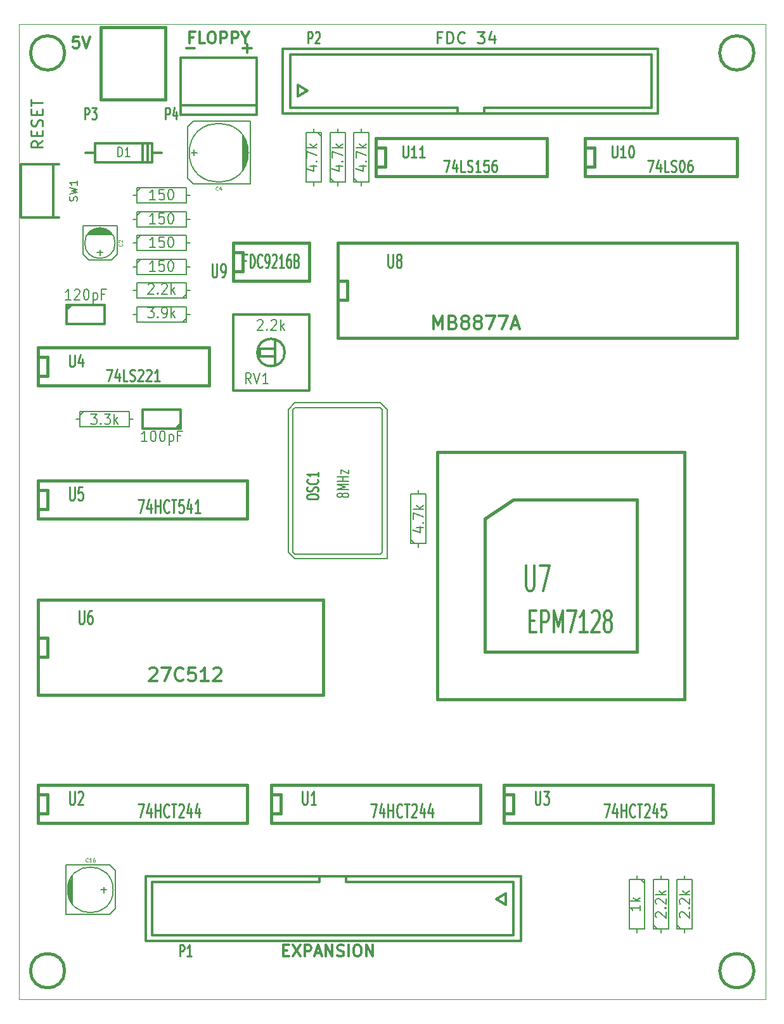
<source format=gto>
G04 (created by PCBNEW (2013-07-07 BZR 4022)-stable) date 19/03/2022 16:52:54*
%MOIN*%
G04 Gerber Fmt 3.4, Leading zero omitted, Abs format*
%FSLAX34Y34*%
G01*
G70*
G90*
G04 APERTURE LIST*
%ADD10C,0.00590551*%
%ADD11C,0.00393701*%
%ADD12C,0.011811*%
%ADD13C,0.015748*%
%ADD14C,0.015*%
%ADD15C,0.012*%
%ADD16C,0.008*%
%ADD17C,0.00787402*%
%ADD18C,0.005*%
%ADD19C,0.01*%
%ADD20C,0.01125*%
%ADD21C,0.0047*%
G04 APERTURE END LIST*
G54D10*
G54D11*
X-9000Y65200D02*
X-9000Y13950D01*
X30250Y65200D02*
X-9000Y65200D01*
X30250Y13950D02*
X30250Y65200D01*
X-9000Y13950D02*
X30250Y13950D01*
G54D12*
X-5862Y64551D02*
X-6143Y64551D01*
X-6171Y64270D01*
X-6143Y64298D01*
X-6087Y64326D01*
X-5946Y64326D01*
X-5890Y64298D01*
X-5862Y64270D01*
X-5834Y64214D01*
X-5834Y64073D01*
X-5862Y64017D01*
X-5890Y63989D01*
X-5946Y63960D01*
X-6087Y63960D01*
X-6143Y63989D01*
X-6171Y64017D01*
X-5665Y64551D02*
X-5468Y63960D01*
X-5271Y64551D01*
X-215Y63935D02*
X234Y63935D01*
X2765Y63935D02*
X3215Y63935D01*
X2990Y63710D02*
X2990Y64160D01*
G54D13*
X-1300Y61250D02*
X-1300Y65050D01*
X-4700Y65050D02*
X-4700Y61250D01*
G54D14*
X-1300Y65050D02*
X-4700Y65050D01*
X-1300Y61250D02*
X-4700Y61250D01*
G54D12*
X-6900Y55050D02*
X-8900Y55050D01*
X-6900Y57850D02*
X-8900Y57850D01*
X-8900Y57850D02*
X-8900Y55050D01*
X-7200Y57850D02*
X-7200Y55050D01*
X17400Y17000D02*
X-2350Y17000D01*
X-2350Y20400D02*
X17400Y20400D01*
X-2350Y17000D02*
X-2350Y20400D01*
X17400Y17000D02*
X17400Y20400D01*
G54D15*
X16100Y19200D02*
X16600Y18900D01*
X16600Y18900D02*
X16600Y19500D01*
X16600Y19500D02*
X16100Y19200D01*
X8200Y20400D02*
X8200Y20100D01*
X8200Y20100D02*
X17000Y20100D01*
X17000Y20100D02*
X17000Y17300D01*
X17000Y17300D02*
X-2000Y17300D01*
X-2000Y17300D02*
X-2000Y20100D01*
X-2000Y20100D02*
X6800Y20100D01*
X6800Y20100D02*
X6800Y20400D01*
G54D12*
X4850Y63900D02*
X24600Y63900D01*
X24600Y60500D02*
X4850Y60500D01*
X24600Y63900D02*
X24600Y60500D01*
X4850Y63900D02*
X4850Y60500D01*
G54D15*
X6150Y61700D02*
X5650Y62000D01*
X5650Y62000D02*
X5650Y61400D01*
X5650Y61400D02*
X6150Y61700D01*
X14050Y60500D02*
X14050Y60800D01*
X14050Y60800D02*
X5250Y60800D01*
X5250Y60800D02*
X5250Y63600D01*
X5250Y63600D02*
X24250Y63600D01*
X24250Y63600D02*
X24250Y60800D01*
X24250Y60800D02*
X15450Y60800D01*
X15450Y60800D02*
X15450Y60500D01*
G54D16*
X9000Y56700D02*
X9000Y56900D01*
X9000Y59700D02*
X9000Y59500D01*
X9000Y59500D02*
X8600Y59500D01*
X8600Y59500D02*
X8600Y56900D01*
X8600Y56900D02*
X9400Y56900D01*
X9400Y56900D02*
X9400Y59500D01*
X9400Y59500D02*
X9000Y59500D01*
X8800Y56900D02*
X8600Y57100D01*
X0Y49950D02*
X-200Y49950D01*
X-3000Y49950D02*
X-2800Y49950D01*
X-2800Y49950D02*
X-2800Y49550D01*
X-2800Y49550D02*
X-200Y49550D01*
X-200Y49550D02*
X-200Y50350D01*
X-200Y50350D02*
X-2800Y50350D01*
X-2800Y50350D02*
X-2800Y49950D01*
X-200Y49750D02*
X-400Y49550D01*
X-6000Y44450D02*
X-5800Y44450D01*
X-3000Y44450D02*
X-3200Y44450D01*
X-3200Y44450D02*
X-3200Y44850D01*
X-3200Y44850D02*
X-5800Y44850D01*
X-5800Y44850D02*
X-5800Y44050D01*
X-5800Y44050D02*
X-3200Y44050D01*
X-3200Y44050D02*
X-3200Y44450D01*
X-5800Y44650D02*
X-5600Y44850D01*
X0Y51200D02*
X-200Y51200D01*
X-3000Y51200D02*
X-2800Y51200D01*
X-2800Y51200D02*
X-2800Y50800D01*
X-2800Y50800D02*
X-200Y50800D01*
X-200Y50800D02*
X-200Y51600D01*
X-200Y51600D02*
X-2800Y51600D01*
X-2800Y51600D02*
X-2800Y51200D01*
X-200Y51000D02*
X-400Y50800D01*
X-3000Y52450D02*
X-2800Y52450D01*
X0Y52450D02*
X-200Y52450D01*
X-200Y52450D02*
X-200Y52850D01*
X-200Y52850D02*
X-2800Y52850D01*
X-2800Y52850D02*
X-2800Y52050D01*
X-2800Y52050D02*
X-200Y52050D01*
X-200Y52050D02*
X-200Y52450D01*
X-2800Y52650D02*
X-2600Y52850D01*
X-3000Y54950D02*
X-2800Y54950D01*
X0Y54950D02*
X-200Y54950D01*
X-200Y54950D02*
X-200Y55350D01*
X-200Y55350D02*
X-2800Y55350D01*
X-2800Y55350D02*
X-2800Y54550D01*
X-2800Y54550D02*
X-200Y54550D01*
X-200Y54550D02*
X-200Y54950D01*
X-2800Y55150D02*
X-2600Y55350D01*
X-3000Y53700D02*
X-2800Y53700D01*
X0Y53700D02*
X-200Y53700D01*
X-200Y53700D02*
X-200Y54100D01*
X-200Y54100D02*
X-2800Y54100D01*
X-2800Y54100D02*
X-2800Y53300D01*
X-2800Y53300D02*
X-200Y53300D01*
X-200Y53300D02*
X-200Y53700D01*
X-2800Y53900D02*
X-2600Y54100D01*
X-3000Y56200D02*
X-2800Y56200D01*
X0Y56200D02*
X-200Y56200D01*
X-200Y56200D02*
X-200Y56600D01*
X-200Y56600D02*
X-2800Y56600D01*
X-2800Y56600D02*
X-2800Y55800D01*
X-2800Y55800D02*
X-200Y55800D01*
X-200Y55800D02*
X-200Y56200D01*
X-2800Y56400D02*
X-2600Y56600D01*
G54D14*
X17000Y40200D02*
X15500Y39200D01*
X15500Y39200D02*
X15500Y32200D01*
X15500Y32200D02*
X23500Y32200D01*
X23500Y32200D02*
X23500Y40200D01*
X26000Y42700D02*
X13000Y42700D01*
X13000Y42700D02*
X13000Y29700D01*
X13000Y29700D02*
X26000Y29700D01*
X26000Y29700D02*
X26000Y42700D01*
X23500Y40200D02*
X17000Y40200D01*
X2250Y53200D02*
X2750Y53200D01*
X2750Y53200D02*
X2750Y52200D01*
X2750Y52200D02*
X2250Y52200D01*
X2250Y53700D02*
X6250Y53700D01*
X6250Y53700D02*
X6250Y51700D01*
X6250Y51700D02*
X2250Y51700D01*
X2250Y51700D02*
X2250Y53700D01*
X7750Y51700D02*
X8250Y51700D01*
X8250Y51700D02*
X8250Y50700D01*
X8250Y50700D02*
X7750Y50700D01*
X7750Y53700D02*
X28750Y53700D01*
X28750Y53700D02*
X28750Y48700D01*
X28750Y48700D02*
X7750Y48700D01*
X7750Y48700D02*
X7750Y53700D01*
X-8000Y32950D02*
X-8000Y32950D01*
X-8000Y32950D02*
X-7500Y32950D01*
X-7500Y32950D02*
X-7500Y31950D01*
X-7500Y31950D02*
X-8000Y31950D01*
X-8000Y34950D02*
X7000Y34950D01*
X7000Y34950D02*
X7000Y29950D01*
X7000Y29950D02*
X-8000Y29950D01*
X-8000Y29950D02*
X-8000Y34950D01*
X16500Y24700D02*
X17000Y24700D01*
X17000Y24700D02*
X17000Y23700D01*
X17000Y23700D02*
X16500Y23700D01*
X16500Y25200D02*
X27500Y25200D01*
X27500Y25200D02*
X27500Y23200D01*
X27500Y23200D02*
X16500Y23200D01*
X16500Y23200D02*
X16500Y25200D01*
X-8000Y24700D02*
X-7500Y24700D01*
X-7500Y24700D02*
X-7500Y23700D01*
X-7500Y23700D02*
X-8000Y23700D01*
X-8000Y25200D02*
X3000Y25200D01*
X3000Y25200D02*
X3000Y23200D01*
X3000Y23200D02*
X-8000Y23200D01*
X-8000Y23200D02*
X-8000Y25200D01*
X4250Y24700D02*
X4750Y24700D01*
X4750Y24700D02*
X4750Y23700D01*
X4750Y23700D02*
X4250Y23700D01*
X4250Y25200D02*
X15250Y25200D01*
X15250Y25200D02*
X15250Y23200D01*
X15250Y23200D02*
X4250Y23200D01*
X4250Y23200D02*
X4250Y25200D01*
X-8000Y40700D02*
X-7500Y40700D01*
X-7500Y40700D02*
X-7500Y39700D01*
X-7500Y39700D02*
X-8000Y39700D01*
X-8000Y41200D02*
X3000Y41200D01*
X3000Y41200D02*
X3000Y39200D01*
X3000Y39200D02*
X-8000Y39200D01*
X-8000Y39200D02*
X-8000Y41200D01*
X9750Y58700D02*
X9750Y58700D01*
X9750Y58700D02*
X10250Y58700D01*
X10250Y58700D02*
X10250Y57700D01*
X10250Y57700D02*
X9750Y57700D01*
X9750Y59200D02*
X18750Y59200D01*
X18750Y59200D02*
X18750Y57200D01*
X18750Y57200D02*
X9750Y57200D01*
X9750Y57200D02*
X9750Y59200D01*
X-8000Y47700D02*
X-8000Y47700D01*
X-8000Y47700D02*
X-7500Y47700D01*
X-7500Y47700D02*
X-7500Y46700D01*
X-7500Y46700D02*
X-8000Y46700D01*
X-8000Y48200D02*
X1000Y48200D01*
X1000Y48200D02*
X1000Y46200D01*
X1000Y46200D02*
X-8000Y46200D01*
X-8000Y46200D02*
X-8000Y48200D01*
X20750Y59200D02*
X28750Y59200D01*
X28750Y57200D02*
X20750Y57200D01*
X20750Y57200D02*
X20750Y59200D01*
X20750Y58700D02*
X21250Y58700D01*
X21250Y58700D02*
X21250Y57700D01*
X21250Y57700D02*
X20750Y57700D01*
X28750Y59200D02*
X28750Y57200D01*
G54D15*
X-520Y43950D02*
X-2500Y43950D01*
X-2500Y43950D02*
X-2500Y44950D01*
X-2500Y44950D02*
X-500Y44950D01*
X-500Y44950D02*
X-500Y43950D01*
X-500Y44200D02*
X-750Y43950D01*
X-6480Y50450D02*
X-4500Y50450D01*
X-4500Y50450D02*
X-4500Y49450D01*
X-4500Y49450D02*
X-6500Y49450D01*
X-6500Y49450D02*
X-6500Y50450D01*
X-6500Y50200D02*
X-6250Y50450D01*
G54D17*
X5150Y44950D02*
X5150Y41900D01*
X10350Y44950D02*
X10350Y41900D01*
X10100Y41950D02*
X10100Y44950D01*
X5400Y44950D02*
X5400Y41950D01*
G54D16*
X5400Y37450D02*
X5500Y37350D01*
X5500Y37350D02*
X10000Y37350D01*
X10000Y37350D02*
X10100Y37450D01*
X10100Y37450D02*
X10100Y41950D01*
X10100Y44950D02*
X10000Y45050D01*
X10000Y45050D02*
X5500Y45050D01*
X5500Y45050D02*
X5400Y44950D01*
X5400Y41950D02*
X5400Y37450D01*
X5150Y37450D02*
X5500Y37100D01*
X5500Y37100D02*
X10350Y37100D01*
X10350Y37100D02*
X10350Y41950D01*
X10350Y44950D02*
X10000Y45300D01*
X10000Y45300D02*
X5500Y45300D01*
X5500Y45300D02*
X5150Y44950D01*
X5150Y41950D02*
X5150Y37450D01*
X7750Y56700D02*
X7750Y56900D01*
X7750Y59700D02*
X7750Y59500D01*
X7750Y59500D02*
X7350Y59500D01*
X7350Y59500D02*
X7350Y56900D01*
X7350Y56900D02*
X8150Y56900D01*
X8150Y56900D02*
X8150Y59500D01*
X8150Y59500D02*
X7750Y59500D01*
X7550Y56900D02*
X7350Y57100D01*
G54D15*
X-5000Y58950D02*
X-2000Y58950D01*
X-2000Y58950D02*
X-2000Y57950D01*
X-2000Y57950D02*
X-5000Y57950D01*
X-5000Y57950D02*
X-5000Y58950D01*
X-2250Y58950D02*
X-2250Y57950D01*
X-2500Y57950D02*
X-2500Y58950D01*
X-5000Y58450D02*
X-5500Y58450D01*
X-2000Y58450D02*
X-1500Y58450D01*
G54D12*
X4450Y47750D02*
X3650Y47750D01*
X3650Y47750D02*
X3650Y48150D01*
X3650Y48150D02*
X4450Y48150D01*
X4450Y47350D02*
X4450Y48550D01*
X4971Y47950D02*
G75*
G03X4971Y47950I-721J0D01*
G74*
G01*
X6250Y45950D02*
X6250Y49950D01*
X6250Y49950D02*
X2250Y49950D01*
X2250Y49950D02*
X2250Y45950D01*
X2250Y45950D02*
X6250Y45950D01*
G54D15*
X3500Y60950D02*
X-500Y60950D01*
X3500Y60450D02*
X3500Y63450D01*
X3500Y63450D02*
X-500Y63450D01*
X-500Y63450D02*
X-500Y60450D01*
X-500Y60450D02*
X3500Y60450D01*
G54D14*
X-6600Y63700D02*
G75*
G03X-6600Y63700I-900J0D01*
G74*
G01*
X29650Y63700D02*
G75*
G03X29650Y63700I-900J0D01*
G74*
G01*
X29650Y15450D02*
G75*
G03X29650Y15450I-900J0D01*
G74*
G01*
X-6600Y15450D02*
G75*
G03X-6600Y15450I-900J0D01*
G74*
G01*
G54D16*
X24750Y17450D02*
X24750Y17650D01*
X24750Y20450D02*
X24750Y20250D01*
X24750Y20250D02*
X24350Y20250D01*
X24350Y20250D02*
X24350Y17650D01*
X24350Y17650D02*
X25150Y17650D01*
X25150Y17650D02*
X25150Y20250D01*
X25150Y20250D02*
X24750Y20250D01*
X24550Y17650D02*
X24350Y17850D01*
X26000Y17450D02*
X26000Y17650D01*
X26000Y20450D02*
X26000Y20250D01*
X26000Y20250D02*
X25600Y20250D01*
X25600Y20250D02*
X25600Y17650D01*
X25600Y17650D02*
X26400Y17650D01*
X26400Y17650D02*
X26400Y20250D01*
X26400Y20250D02*
X26000Y20250D01*
X25800Y17650D02*
X25600Y17850D01*
X23500Y20450D02*
X23500Y20250D01*
X23500Y17450D02*
X23500Y17650D01*
X23500Y17650D02*
X23900Y17650D01*
X23900Y17650D02*
X23900Y20250D01*
X23900Y20250D02*
X23100Y20250D01*
X23100Y20250D02*
X23100Y17650D01*
X23100Y17650D02*
X23500Y17650D01*
X23700Y20250D02*
X23900Y20050D01*
X12000Y37700D02*
X12000Y37900D01*
X12000Y40700D02*
X12000Y40500D01*
X12000Y40500D02*
X11600Y40500D01*
X11600Y40500D02*
X11600Y37900D01*
X11600Y37900D02*
X12400Y37900D01*
X12400Y37900D02*
X12400Y40500D01*
X12400Y40500D02*
X12000Y40500D01*
X11800Y37900D02*
X11600Y38100D01*
X6500Y59700D02*
X6500Y59500D01*
X6500Y56700D02*
X6500Y56900D01*
X6500Y56900D02*
X6900Y56900D01*
X6900Y56900D02*
X6900Y59500D01*
X6900Y59500D02*
X6100Y59500D01*
X6100Y59500D02*
X6100Y56900D01*
X6100Y56900D02*
X6500Y56900D01*
X6700Y59500D02*
X6900Y59300D01*
G54D18*
X-4750Y53050D02*
X-4750Y53350D01*
X-4600Y53200D02*
X-4900Y53200D01*
X-5650Y53100D02*
X-5650Y54600D01*
X-4150Y52800D02*
X-5350Y52800D01*
X-5650Y53100D02*
X-5350Y52800D01*
X-3850Y53100D02*
X-3850Y54600D01*
X-3850Y53100D02*
X-4150Y52800D01*
X-4800Y54500D02*
X-4700Y54500D01*
X-4500Y54450D02*
X-5000Y54450D01*
X-5100Y54400D02*
X-4400Y54400D01*
X-5200Y54350D02*
X-4300Y54350D01*
X-4250Y54300D02*
X-5250Y54300D01*
X-5300Y54250D02*
X-4200Y54250D01*
X-4150Y54200D02*
X-5350Y54200D01*
X-4100Y54150D02*
X-5400Y54150D01*
X-3950Y53700D02*
G75*
G03X-3950Y53700I-800J0D01*
G74*
G01*
X-3850Y54600D02*
X-5650Y54600D01*
X3000Y58050D02*
X3000Y58850D01*
X2950Y59000D02*
X2950Y57900D01*
X2900Y57800D02*
X2900Y59100D01*
X2850Y59200D02*
X2850Y57700D01*
X2800Y59250D02*
X2800Y57650D01*
X2750Y57550D02*
X2750Y59350D01*
X3050Y58450D02*
G75*
G03X3050Y58450I-1550J0D01*
G74*
G01*
X3150Y56800D02*
X3150Y60100D01*
X3150Y60100D02*
X150Y60100D01*
X150Y60100D02*
X-150Y59800D01*
X-150Y59800D02*
X-150Y57100D01*
X-150Y57100D02*
X150Y56800D01*
X150Y56800D02*
X3150Y56800D01*
X50Y58450D02*
X350Y58450D01*
X200Y58300D02*
X200Y58600D01*
X-6400Y20000D02*
X-6400Y19400D01*
X-6350Y19250D02*
X-6350Y20150D01*
X-6300Y20250D02*
X-6300Y19150D01*
X-6250Y19050D02*
X-6250Y20350D01*
X-6200Y20400D02*
X-6200Y19000D01*
X-4050Y19700D02*
G75*
G03X-4050Y19700I-1200J0D01*
G74*
G01*
X-6550Y21000D02*
X-6550Y18400D01*
X-6550Y18400D02*
X-4250Y18400D01*
X-4250Y18400D02*
X-3950Y18700D01*
X-3950Y18700D02*
X-3950Y20700D01*
X-3950Y20700D02*
X-4250Y21000D01*
X-4250Y21000D02*
X-6550Y21000D01*
X-4400Y19700D02*
X-4700Y19700D01*
X-4550Y19850D02*
X-4550Y19550D01*
G54D19*
X-5545Y60207D02*
X-5545Y60807D01*
X-5392Y60807D01*
X-5354Y60778D01*
X-5335Y60750D01*
X-5316Y60692D01*
X-5316Y60607D01*
X-5335Y60550D01*
X-5354Y60521D01*
X-5392Y60492D01*
X-5545Y60492D01*
X-5183Y60807D02*
X-4935Y60807D01*
X-5069Y60578D01*
X-5011Y60578D01*
X-4973Y60550D01*
X-4954Y60521D01*
X-4935Y60464D01*
X-4935Y60321D01*
X-4954Y60264D01*
X-4973Y60235D01*
X-5011Y60207D01*
X-5126Y60207D01*
X-5164Y60235D01*
X-5183Y60264D01*
G54D16*
X-5957Y55916D02*
X-5938Y55973D01*
X-5938Y56069D01*
X-5957Y56107D01*
X-5976Y56126D01*
X-6014Y56145D01*
X-6052Y56145D01*
X-6090Y56126D01*
X-6109Y56107D01*
X-6128Y56069D01*
X-6147Y55992D01*
X-6166Y55954D01*
X-6185Y55935D01*
X-6223Y55916D01*
X-6261Y55916D01*
X-6300Y55935D01*
X-6319Y55954D01*
X-6338Y55992D01*
X-6338Y56088D01*
X-6319Y56145D01*
X-6338Y56278D02*
X-5938Y56373D01*
X-6223Y56450D01*
X-5938Y56526D01*
X-6338Y56621D01*
X-5938Y56983D02*
X-5938Y56754D01*
X-5938Y56869D02*
X-6338Y56869D01*
X-6280Y56830D01*
X-6242Y56792D01*
X-6223Y56754D01*
G54D19*
X-7757Y59078D02*
X-8042Y58878D01*
X-7757Y58735D02*
X-8357Y58735D01*
X-8357Y58964D01*
X-8328Y59021D01*
X-8300Y59050D01*
X-8242Y59078D01*
X-8157Y59078D01*
X-8100Y59050D01*
X-8071Y59021D01*
X-8042Y58964D01*
X-8042Y58735D01*
X-8071Y59335D02*
X-8071Y59535D01*
X-7757Y59621D02*
X-7757Y59335D01*
X-8357Y59335D01*
X-8357Y59621D01*
X-7785Y59850D02*
X-7757Y59935D01*
X-7757Y60078D01*
X-7785Y60135D01*
X-7814Y60164D01*
X-7871Y60192D01*
X-7928Y60192D01*
X-7985Y60164D01*
X-8014Y60135D01*
X-8042Y60078D01*
X-8071Y59964D01*
X-8100Y59907D01*
X-8128Y59878D01*
X-8185Y59850D01*
X-8242Y59850D01*
X-8300Y59878D01*
X-8328Y59907D01*
X-8357Y59964D01*
X-8357Y60107D01*
X-8328Y60192D01*
X-8071Y60450D02*
X-8071Y60650D01*
X-7757Y60735D02*
X-7757Y60450D01*
X-8357Y60450D01*
X-8357Y60735D01*
X-8357Y60907D02*
X-8357Y61250D01*
X-7757Y61078D02*
X-8357Y61078D01*
X-545Y16207D02*
X-545Y16807D01*
X-392Y16807D01*
X-354Y16778D01*
X-335Y16750D01*
X-316Y16692D01*
X-316Y16607D01*
X-335Y16550D01*
X-354Y16521D01*
X-392Y16492D01*
X-545Y16492D01*
X64Y16207D02*
X-164Y16207D01*
X-49Y16207D02*
X-49Y16807D01*
X-88Y16721D01*
X-126Y16664D01*
X-164Y16635D01*
G54D15*
X4907Y16521D02*
X5107Y16521D01*
X5192Y16207D02*
X4907Y16207D01*
X4907Y16807D01*
X5192Y16807D01*
X5392Y16807D02*
X5792Y16207D01*
X5792Y16807D02*
X5392Y16207D01*
X6021Y16207D02*
X6021Y16807D01*
X6250Y16807D01*
X6307Y16778D01*
X6335Y16750D01*
X6364Y16692D01*
X6364Y16607D01*
X6335Y16550D01*
X6307Y16521D01*
X6250Y16492D01*
X6021Y16492D01*
X6592Y16378D02*
X6878Y16378D01*
X6535Y16207D02*
X6735Y16807D01*
X6935Y16207D01*
X7135Y16207D02*
X7135Y16807D01*
X7478Y16207D01*
X7478Y16807D01*
X7735Y16235D02*
X7821Y16207D01*
X7964Y16207D01*
X8021Y16235D01*
X8050Y16264D01*
X8078Y16321D01*
X8078Y16378D01*
X8050Y16435D01*
X8021Y16464D01*
X7964Y16492D01*
X7850Y16521D01*
X7792Y16550D01*
X7764Y16578D01*
X7735Y16635D01*
X7735Y16692D01*
X7764Y16750D01*
X7792Y16778D01*
X7850Y16807D01*
X7992Y16807D01*
X8078Y16778D01*
X8335Y16207D02*
X8335Y16807D01*
X8735Y16807D02*
X8850Y16807D01*
X8907Y16778D01*
X8964Y16721D01*
X8992Y16607D01*
X8992Y16407D01*
X8964Y16292D01*
X8907Y16235D01*
X8850Y16207D01*
X8735Y16207D01*
X8678Y16235D01*
X8621Y16292D01*
X8592Y16407D01*
X8592Y16607D01*
X8621Y16721D01*
X8678Y16778D01*
X8735Y16807D01*
X9250Y16207D02*
X9250Y16807D01*
X9592Y16207D01*
X9592Y16807D01*
G54D19*
X6204Y64207D02*
X6204Y64807D01*
X6357Y64807D01*
X6395Y64778D01*
X6414Y64750D01*
X6433Y64692D01*
X6433Y64607D01*
X6414Y64550D01*
X6395Y64521D01*
X6357Y64492D01*
X6204Y64492D01*
X6585Y64750D02*
X6604Y64778D01*
X6642Y64807D01*
X6738Y64807D01*
X6776Y64778D01*
X6795Y64750D01*
X6814Y64692D01*
X6814Y64635D01*
X6795Y64550D01*
X6566Y64207D01*
X6814Y64207D01*
X13185Y64521D02*
X12985Y64521D01*
X12985Y64207D02*
X12985Y64807D01*
X13271Y64807D01*
X13500Y64207D02*
X13500Y64807D01*
X13642Y64807D01*
X13728Y64778D01*
X13785Y64721D01*
X13814Y64664D01*
X13842Y64550D01*
X13842Y64464D01*
X13814Y64350D01*
X13785Y64292D01*
X13728Y64235D01*
X13642Y64207D01*
X13500Y64207D01*
X14442Y64264D02*
X14414Y64235D01*
X14328Y64207D01*
X14271Y64207D01*
X14185Y64235D01*
X14128Y64292D01*
X14100Y64350D01*
X14071Y64464D01*
X14071Y64550D01*
X14100Y64664D01*
X14128Y64721D01*
X14185Y64778D01*
X14271Y64807D01*
X14328Y64807D01*
X14414Y64778D01*
X14442Y64750D01*
X15100Y64807D02*
X15471Y64807D01*
X15271Y64578D01*
X15357Y64578D01*
X15414Y64550D01*
X15442Y64521D01*
X15471Y64464D01*
X15471Y64321D01*
X15442Y64264D01*
X15414Y64235D01*
X15357Y64207D01*
X15185Y64207D01*
X15128Y64235D01*
X15100Y64264D01*
X15985Y64607D02*
X15985Y64207D01*
X15842Y64835D02*
X15700Y64407D01*
X16071Y64407D01*
G54D16*
X8905Y57735D02*
X9272Y57735D01*
X8696Y57616D02*
X9089Y57497D01*
X9089Y57807D01*
X9220Y57997D02*
X9246Y58021D01*
X9272Y57997D01*
X9246Y57973D01*
X9220Y57997D01*
X9272Y57997D01*
X8722Y58188D02*
X8722Y58521D01*
X9272Y58307D01*
X9272Y58711D02*
X8722Y58711D01*
X9063Y58759D02*
X9272Y58902D01*
X8905Y58902D02*
X9115Y58711D01*
X-2226Y50327D02*
X-1916Y50327D01*
X-2083Y50117D01*
X-2011Y50117D01*
X-1964Y50091D01*
X-1940Y50065D01*
X-1916Y50013D01*
X-1916Y49882D01*
X-1940Y49829D01*
X-1964Y49803D01*
X-2011Y49777D01*
X-2154Y49777D01*
X-2202Y49803D01*
X-2226Y49829D01*
X-1702Y49829D02*
X-1678Y49803D01*
X-1702Y49777D01*
X-1726Y49803D01*
X-1702Y49829D01*
X-1702Y49777D01*
X-1440Y49777D02*
X-1345Y49777D01*
X-1297Y49803D01*
X-1273Y49829D01*
X-1226Y49908D01*
X-1202Y50013D01*
X-1202Y50222D01*
X-1226Y50275D01*
X-1249Y50301D01*
X-1297Y50327D01*
X-1392Y50327D01*
X-1440Y50301D01*
X-1464Y50275D01*
X-1488Y50222D01*
X-1488Y50091D01*
X-1464Y50039D01*
X-1440Y50013D01*
X-1392Y49986D01*
X-1297Y49986D01*
X-1249Y50013D01*
X-1226Y50039D01*
X-1202Y50091D01*
X-988Y49777D02*
X-988Y50327D01*
X-940Y49986D02*
X-797Y49777D01*
X-797Y50144D02*
X-988Y49934D01*
X-5226Y44727D02*
X-4916Y44727D01*
X-5083Y44517D01*
X-5011Y44517D01*
X-4964Y44491D01*
X-4940Y44465D01*
X-4916Y44413D01*
X-4916Y44282D01*
X-4940Y44229D01*
X-4964Y44203D01*
X-5011Y44177D01*
X-5154Y44177D01*
X-5202Y44203D01*
X-5226Y44229D01*
X-4702Y44229D02*
X-4678Y44203D01*
X-4702Y44177D01*
X-4726Y44203D01*
X-4702Y44229D01*
X-4702Y44177D01*
X-4511Y44727D02*
X-4202Y44727D01*
X-4369Y44517D01*
X-4297Y44517D01*
X-4249Y44491D01*
X-4226Y44465D01*
X-4202Y44413D01*
X-4202Y44282D01*
X-4226Y44229D01*
X-4249Y44203D01*
X-4297Y44177D01*
X-4440Y44177D01*
X-4488Y44203D01*
X-4511Y44229D01*
X-3988Y44177D02*
X-3988Y44727D01*
X-3940Y44386D02*
X-3797Y44177D01*
X-3797Y44544D02*
X-3988Y44334D01*
X-2202Y51525D02*
X-2178Y51551D01*
X-2130Y51577D01*
X-2011Y51577D01*
X-1964Y51551D01*
X-1940Y51525D01*
X-1916Y51472D01*
X-1916Y51420D01*
X-1940Y51341D01*
X-2226Y51027D01*
X-1916Y51027D01*
X-1702Y51079D02*
X-1678Y51053D01*
X-1702Y51027D01*
X-1726Y51053D01*
X-1702Y51079D01*
X-1702Y51027D01*
X-1488Y51525D02*
X-1464Y51551D01*
X-1416Y51577D01*
X-1297Y51577D01*
X-1249Y51551D01*
X-1226Y51525D01*
X-1202Y51472D01*
X-1202Y51420D01*
X-1226Y51341D01*
X-1511Y51027D01*
X-1202Y51027D01*
X-988Y51027D02*
X-988Y51577D01*
X-940Y51236D02*
X-797Y51027D01*
X-797Y51394D02*
X-988Y51184D01*
X-1833Y52227D02*
X-2119Y52227D01*
X-1976Y52227D02*
X-1976Y52777D01*
X-2023Y52698D01*
X-2071Y52646D01*
X-2119Y52620D01*
X-1380Y52777D02*
X-1619Y52777D01*
X-1642Y52515D01*
X-1619Y52541D01*
X-1571Y52567D01*
X-1452Y52567D01*
X-1404Y52541D01*
X-1380Y52515D01*
X-1357Y52463D01*
X-1357Y52332D01*
X-1380Y52279D01*
X-1404Y52253D01*
X-1452Y52227D01*
X-1571Y52227D01*
X-1619Y52253D01*
X-1642Y52279D01*
X-1047Y52777D02*
X-1000Y52777D01*
X-952Y52751D01*
X-928Y52725D01*
X-904Y52672D01*
X-880Y52567D01*
X-880Y52436D01*
X-904Y52332D01*
X-928Y52279D01*
X-952Y52253D01*
X-1000Y52227D01*
X-1047Y52227D01*
X-1095Y52253D01*
X-1119Y52279D01*
X-1142Y52332D01*
X-1166Y52436D01*
X-1166Y52567D01*
X-1142Y52672D01*
X-1119Y52725D01*
X-1095Y52751D01*
X-1047Y52777D01*
X-1833Y54727D02*
X-2119Y54727D01*
X-1976Y54727D02*
X-1976Y55277D01*
X-2023Y55198D01*
X-2071Y55146D01*
X-2119Y55120D01*
X-1380Y55277D02*
X-1619Y55277D01*
X-1642Y55015D01*
X-1619Y55041D01*
X-1571Y55067D01*
X-1452Y55067D01*
X-1404Y55041D01*
X-1380Y55015D01*
X-1357Y54963D01*
X-1357Y54832D01*
X-1380Y54779D01*
X-1404Y54753D01*
X-1452Y54727D01*
X-1571Y54727D01*
X-1619Y54753D01*
X-1642Y54779D01*
X-1047Y55277D02*
X-1000Y55277D01*
X-952Y55251D01*
X-928Y55225D01*
X-904Y55172D01*
X-880Y55067D01*
X-880Y54936D01*
X-904Y54832D01*
X-928Y54779D01*
X-952Y54753D01*
X-1000Y54727D01*
X-1047Y54727D01*
X-1095Y54753D01*
X-1119Y54779D01*
X-1142Y54832D01*
X-1166Y54936D01*
X-1166Y55067D01*
X-1142Y55172D01*
X-1119Y55225D01*
X-1095Y55251D01*
X-1047Y55277D01*
X-1833Y53477D02*
X-2119Y53477D01*
X-1976Y53477D02*
X-1976Y54027D01*
X-2023Y53948D01*
X-2071Y53896D01*
X-2119Y53870D01*
X-1380Y54027D02*
X-1619Y54027D01*
X-1642Y53765D01*
X-1619Y53791D01*
X-1571Y53817D01*
X-1452Y53817D01*
X-1404Y53791D01*
X-1380Y53765D01*
X-1357Y53713D01*
X-1357Y53582D01*
X-1380Y53529D01*
X-1404Y53503D01*
X-1452Y53477D01*
X-1571Y53477D01*
X-1619Y53503D01*
X-1642Y53529D01*
X-1047Y54027D02*
X-1000Y54027D01*
X-952Y54001D01*
X-928Y53975D01*
X-904Y53922D01*
X-880Y53817D01*
X-880Y53686D01*
X-904Y53582D01*
X-928Y53529D01*
X-952Y53503D01*
X-1000Y53477D01*
X-1047Y53477D01*
X-1095Y53503D01*
X-1119Y53529D01*
X-1142Y53582D01*
X-1166Y53686D01*
X-1166Y53817D01*
X-1142Y53922D01*
X-1119Y53975D01*
X-1095Y54001D01*
X-1047Y54027D01*
X-1833Y55977D02*
X-2119Y55977D01*
X-1976Y55977D02*
X-1976Y56527D01*
X-2023Y56448D01*
X-2071Y56396D01*
X-2119Y56370D01*
X-1380Y56527D02*
X-1619Y56527D01*
X-1642Y56265D01*
X-1619Y56291D01*
X-1571Y56317D01*
X-1452Y56317D01*
X-1404Y56291D01*
X-1380Y56265D01*
X-1357Y56213D01*
X-1357Y56082D01*
X-1380Y56029D01*
X-1404Y56003D01*
X-1452Y55977D01*
X-1571Y55977D01*
X-1619Y56003D01*
X-1642Y56029D01*
X-1047Y56527D02*
X-1000Y56527D01*
X-952Y56501D01*
X-928Y56475D01*
X-904Y56422D01*
X-880Y56317D01*
X-880Y56186D01*
X-904Y56082D01*
X-928Y56029D01*
X-952Y56003D01*
X-1000Y55977D01*
X-1047Y55977D01*
X-1095Y56003D01*
X-1119Y56029D01*
X-1142Y56082D01*
X-1166Y56186D01*
X-1166Y56317D01*
X-1142Y56422D01*
X-1119Y56475D01*
X-1095Y56501D01*
X-1047Y56527D01*
G54D15*
X17665Y36732D02*
X17665Y35668D01*
X17702Y35543D01*
X17738Y35480D01*
X17811Y35418D01*
X17957Y35418D01*
X18030Y35480D01*
X18067Y35543D01*
X18103Y35668D01*
X18103Y36732D01*
X18396Y36732D02*
X18907Y36732D01*
X18578Y35418D01*
X17868Y33836D02*
X18091Y33836D01*
X18186Y33236D02*
X17868Y33236D01*
X17868Y34380D01*
X18186Y34380D01*
X18473Y33236D02*
X18473Y34380D01*
X18727Y34380D01*
X18791Y34326D01*
X18823Y34272D01*
X18854Y34163D01*
X18854Y33999D01*
X18823Y33890D01*
X18791Y33836D01*
X18727Y33781D01*
X18473Y33781D01*
X19141Y33236D02*
X19141Y34380D01*
X19363Y33563D01*
X19586Y34380D01*
X19586Y33236D01*
X19840Y34380D02*
X20286Y34380D01*
X20000Y33236D01*
X20890Y33236D02*
X20508Y33236D01*
X20699Y33236D02*
X20699Y34380D01*
X20636Y34217D01*
X20572Y34108D01*
X20508Y34054D01*
X21145Y34272D02*
X21176Y34326D01*
X21240Y34380D01*
X21399Y34380D01*
X21463Y34326D01*
X21495Y34272D01*
X21526Y34163D01*
X21526Y34054D01*
X21495Y33890D01*
X21113Y33236D01*
X21526Y33236D01*
X21908Y33890D02*
X21844Y33945D01*
X21813Y33999D01*
X21781Y34108D01*
X21781Y34163D01*
X21813Y34272D01*
X21844Y34326D01*
X21908Y34380D01*
X22035Y34380D01*
X22099Y34326D01*
X22131Y34272D01*
X22163Y34163D01*
X22163Y34108D01*
X22131Y33999D01*
X22099Y33945D01*
X22035Y33890D01*
X21908Y33890D01*
X21844Y33836D01*
X21813Y33781D01*
X21781Y33672D01*
X21781Y33454D01*
X21813Y33345D01*
X21844Y33291D01*
X21908Y33236D01*
X22035Y33236D01*
X22099Y33291D01*
X22131Y33345D01*
X22163Y33454D01*
X22163Y33672D01*
X22131Y33781D01*
X22099Y33836D01*
X22035Y33890D01*
G54D20*
X1157Y52616D02*
X1157Y52050D01*
X1178Y51983D01*
X1200Y51950D01*
X1242Y51916D01*
X1328Y51916D01*
X1371Y51950D01*
X1392Y51983D01*
X1414Y52050D01*
X1414Y52616D01*
X1650Y51916D02*
X1735Y51916D01*
X1778Y51950D01*
X1800Y51983D01*
X1842Y52083D01*
X1864Y52216D01*
X1864Y52483D01*
X1842Y52550D01*
X1821Y52583D01*
X1778Y52616D01*
X1692Y52616D01*
X1650Y52583D01*
X1628Y52550D01*
X1607Y52483D01*
X1607Y52316D01*
X1628Y52250D01*
X1650Y52216D01*
X1692Y52183D01*
X1778Y52183D01*
X1821Y52216D01*
X1842Y52250D01*
X1864Y52316D01*
G54D15*
G54D19*
X2945Y52783D02*
X2811Y52783D01*
X2811Y52416D02*
X2811Y53116D01*
X3002Y53116D01*
X3154Y52416D02*
X3154Y53116D01*
X3250Y53116D01*
X3307Y53083D01*
X3345Y53016D01*
X3364Y52950D01*
X3383Y52816D01*
X3383Y52716D01*
X3364Y52583D01*
X3345Y52516D01*
X3307Y52450D01*
X3250Y52416D01*
X3154Y52416D01*
X3783Y52483D02*
X3764Y52450D01*
X3707Y52416D01*
X3669Y52416D01*
X3611Y52450D01*
X3573Y52516D01*
X3554Y52583D01*
X3535Y52716D01*
X3535Y52816D01*
X3554Y52950D01*
X3573Y53016D01*
X3611Y53083D01*
X3669Y53116D01*
X3707Y53116D01*
X3764Y53083D01*
X3783Y53050D01*
X3973Y52416D02*
X4050Y52416D01*
X4088Y52450D01*
X4107Y52483D01*
X4145Y52583D01*
X4164Y52716D01*
X4164Y52983D01*
X4145Y53050D01*
X4126Y53083D01*
X4088Y53116D01*
X4011Y53116D01*
X3973Y53083D01*
X3954Y53050D01*
X3935Y52983D01*
X3935Y52816D01*
X3954Y52750D01*
X3973Y52716D01*
X4011Y52683D01*
X4088Y52683D01*
X4126Y52716D01*
X4145Y52750D01*
X4164Y52816D01*
X4316Y53050D02*
X4335Y53083D01*
X4373Y53116D01*
X4469Y53116D01*
X4507Y53083D01*
X4526Y53050D01*
X4545Y52983D01*
X4545Y52916D01*
X4526Y52816D01*
X4297Y52416D01*
X4545Y52416D01*
X4926Y52416D02*
X4697Y52416D01*
X4811Y52416D02*
X4811Y53116D01*
X4773Y53016D01*
X4735Y52950D01*
X4697Y52916D01*
X5269Y53116D02*
X5192Y53116D01*
X5154Y53083D01*
X5135Y53050D01*
X5097Y52950D01*
X5078Y52816D01*
X5078Y52550D01*
X5097Y52483D01*
X5116Y52450D01*
X5154Y52416D01*
X5230Y52416D01*
X5269Y52450D01*
X5288Y52483D01*
X5307Y52550D01*
X5307Y52716D01*
X5288Y52783D01*
X5269Y52816D01*
X5230Y52850D01*
X5154Y52850D01*
X5116Y52816D01*
X5097Y52783D01*
X5078Y52716D01*
X5611Y52783D02*
X5669Y52750D01*
X5688Y52716D01*
X5707Y52650D01*
X5707Y52550D01*
X5688Y52483D01*
X5669Y52450D01*
X5630Y52416D01*
X5478Y52416D01*
X5478Y53116D01*
X5611Y53116D01*
X5650Y53083D01*
X5669Y53050D01*
X5688Y52983D01*
X5688Y52916D01*
X5669Y52850D01*
X5650Y52816D01*
X5611Y52783D01*
X5478Y52783D01*
G54D15*
G54D20*
X10407Y53116D02*
X10407Y52550D01*
X10428Y52483D01*
X10450Y52450D01*
X10492Y52416D01*
X10578Y52416D01*
X10621Y52450D01*
X10642Y52483D01*
X10664Y52550D01*
X10664Y53116D01*
X10942Y52816D02*
X10900Y52850D01*
X10878Y52883D01*
X10857Y52950D01*
X10857Y52983D01*
X10878Y53050D01*
X10900Y53083D01*
X10942Y53116D01*
X11028Y53116D01*
X11071Y53083D01*
X11092Y53050D01*
X11114Y52983D01*
X11114Y52950D01*
X11092Y52883D01*
X11071Y52850D01*
X11028Y52816D01*
X10942Y52816D01*
X10900Y52783D01*
X10878Y52750D01*
X10857Y52683D01*
X10857Y52550D01*
X10878Y52483D01*
X10900Y52450D01*
X10942Y52416D01*
X11028Y52416D01*
X11071Y52450D01*
X11092Y52483D01*
X11114Y52550D01*
X11114Y52683D01*
X11092Y52750D01*
X11071Y52783D01*
X11028Y52816D01*
G54D15*
X12783Y49166D02*
X12783Y49866D01*
X13016Y49366D01*
X13250Y49866D01*
X13250Y49166D01*
X13816Y49533D02*
X13916Y49500D01*
X13950Y49466D01*
X13983Y49400D01*
X13983Y49300D01*
X13950Y49233D01*
X13916Y49200D01*
X13850Y49166D01*
X13583Y49166D01*
X13583Y49866D01*
X13816Y49866D01*
X13883Y49833D01*
X13916Y49800D01*
X13950Y49733D01*
X13950Y49666D01*
X13916Y49600D01*
X13883Y49566D01*
X13816Y49533D01*
X13583Y49533D01*
X14383Y49566D02*
X14316Y49600D01*
X14283Y49633D01*
X14250Y49700D01*
X14250Y49733D01*
X14283Y49800D01*
X14316Y49833D01*
X14383Y49866D01*
X14516Y49866D01*
X14583Y49833D01*
X14616Y49800D01*
X14650Y49733D01*
X14650Y49700D01*
X14616Y49633D01*
X14583Y49600D01*
X14516Y49566D01*
X14383Y49566D01*
X14316Y49533D01*
X14283Y49500D01*
X14250Y49433D01*
X14250Y49300D01*
X14283Y49233D01*
X14316Y49200D01*
X14383Y49166D01*
X14516Y49166D01*
X14583Y49200D01*
X14616Y49233D01*
X14650Y49300D01*
X14650Y49433D01*
X14616Y49500D01*
X14583Y49533D01*
X14516Y49566D01*
X15050Y49566D02*
X14983Y49600D01*
X14950Y49633D01*
X14916Y49700D01*
X14916Y49733D01*
X14950Y49800D01*
X14983Y49833D01*
X15050Y49866D01*
X15183Y49866D01*
X15250Y49833D01*
X15283Y49800D01*
X15316Y49733D01*
X15316Y49700D01*
X15283Y49633D01*
X15250Y49600D01*
X15183Y49566D01*
X15050Y49566D01*
X14983Y49533D01*
X14950Y49500D01*
X14916Y49433D01*
X14916Y49300D01*
X14950Y49233D01*
X14983Y49200D01*
X15050Y49166D01*
X15183Y49166D01*
X15250Y49200D01*
X15283Y49233D01*
X15316Y49300D01*
X15316Y49433D01*
X15283Y49500D01*
X15250Y49533D01*
X15183Y49566D01*
X15550Y49866D02*
X16016Y49866D01*
X15716Y49166D01*
X16216Y49866D02*
X16683Y49866D01*
X16383Y49166D01*
X16916Y49366D02*
X17249Y49366D01*
X16849Y49166D02*
X17083Y49866D01*
X17316Y49166D01*
G54D20*
X-5842Y34366D02*
X-5842Y33800D01*
X-5821Y33733D01*
X-5800Y33700D01*
X-5757Y33666D01*
X-5671Y33666D01*
X-5628Y33700D01*
X-5607Y33733D01*
X-5585Y33800D01*
X-5585Y34366D01*
X-5178Y34366D02*
X-5264Y34366D01*
X-5307Y34333D01*
X-5328Y34300D01*
X-5371Y34200D01*
X-5392Y34066D01*
X-5392Y33800D01*
X-5371Y33733D01*
X-5350Y33700D01*
X-5307Y33666D01*
X-5221Y33666D01*
X-5178Y33700D01*
X-5157Y33733D01*
X-5135Y33800D01*
X-5135Y33966D01*
X-5157Y34033D01*
X-5178Y34066D01*
X-5221Y34100D01*
X-5307Y34100D01*
X-5350Y34066D01*
X-5371Y34033D01*
X-5392Y33966D01*
G54D15*
X-2133Y31300D02*
X-2099Y31333D01*
X-2033Y31366D01*
X-1866Y31366D01*
X-1799Y31333D01*
X-1766Y31300D01*
X-1733Y31233D01*
X-1733Y31166D01*
X-1766Y31066D01*
X-2166Y30666D01*
X-1733Y30666D01*
X-1499Y31366D02*
X-1033Y31366D01*
X-1333Y30666D01*
X-366Y30733D02*
X-399Y30700D01*
X-499Y30666D01*
X-566Y30666D01*
X-666Y30700D01*
X-733Y30766D01*
X-766Y30833D01*
X-799Y30966D01*
X-799Y31066D01*
X-766Y31200D01*
X-733Y31266D01*
X-666Y31333D01*
X-566Y31366D01*
X-499Y31366D01*
X-399Y31333D01*
X-366Y31300D01*
X266Y31366D02*
X-66Y31366D01*
X-99Y31033D01*
X-66Y31066D01*
X0Y31100D01*
X166Y31100D01*
X233Y31066D01*
X266Y31033D01*
X300Y30966D01*
X300Y30800D01*
X266Y30733D01*
X233Y30700D01*
X166Y30666D01*
X0Y30666D01*
X-66Y30700D01*
X-99Y30733D01*
X966Y30666D02*
X566Y30666D01*
X766Y30666D02*
X766Y31366D01*
X700Y31266D01*
X633Y31200D01*
X566Y31166D01*
X1233Y31300D02*
X1266Y31333D01*
X1333Y31366D01*
X1500Y31366D01*
X1566Y31333D01*
X1600Y31300D01*
X1633Y31233D01*
X1633Y31166D01*
X1600Y31066D01*
X1200Y30666D01*
X1633Y30666D01*
G54D20*
X18157Y24866D02*
X18157Y24300D01*
X18178Y24233D01*
X18200Y24200D01*
X18242Y24166D01*
X18328Y24166D01*
X18371Y24200D01*
X18392Y24233D01*
X18414Y24300D01*
X18414Y24866D01*
X18585Y24866D02*
X18864Y24866D01*
X18714Y24600D01*
X18778Y24600D01*
X18821Y24566D01*
X18842Y24533D01*
X18864Y24466D01*
X18864Y24300D01*
X18842Y24233D01*
X18821Y24200D01*
X18778Y24166D01*
X18650Y24166D01*
X18607Y24200D01*
X18585Y24233D01*
G54D15*
G54D20*
X21760Y24216D02*
X22060Y24216D01*
X21867Y23516D01*
X22425Y23983D02*
X22425Y23516D01*
X22317Y24250D02*
X22210Y23750D01*
X22489Y23750D01*
X22660Y23516D02*
X22660Y24216D01*
X22660Y23883D02*
X22917Y23883D01*
X22917Y23516D02*
X22917Y24216D01*
X23389Y23583D02*
X23367Y23550D01*
X23303Y23516D01*
X23260Y23516D01*
X23196Y23550D01*
X23153Y23616D01*
X23132Y23683D01*
X23110Y23816D01*
X23110Y23916D01*
X23132Y24050D01*
X23153Y24116D01*
X23196Y24183D01*
X23260Y24216D01*
X23303Y24216D01*
X23367Y24183D01*
X23389Y24150D01*
X23517Y24216D02*
X23775Y24216D01*
X23646Y23516D02*
X23646Y24216D01*
X23903Y24150D02*
X23925Y24183D01*
X23967Y24216D01*
X24075Y24216D01*
X24117Y24183D01*
X24139Y24150D01*
X24160Y24083D01*
X24160Y24016D01*
X24139Y23916D01*
X23882Y23516D01*
X24160Y23516D01*
X24546Y23983D02*
X24546Y23516D01*
X24439Y24250D02*
X24332Y23750D01*
X24610Y23750D01*
X24996Y24216D02*
X24782Y24216D01*
X24760Y23883D01*
X24782Y23916D01*
X24825Y23950D01*
X24932Y23950D01*
X24975Y23916D01*
X24996Y23883D01*
X25017Y23816D01*
X25017Y23650D01*
X24996Y23583D01*
X24975Y23550D01*
X24932Y23516D01*
X24825Y23516D01*
X24782Y23550D01*
X24760Y23583D01*
G54D15*
G54D20*
X-6342Y24866D02*
X-6342Y24300D01*
X-6321Y24233D01*
X-6300Y24200D01*
X-6257Y24166D01*
X-6171Y24166D01*
X-6128Y24200D01*
X-6107Y24233D01*
X-6085Y24300D01*
X-6085Y24866D01*
X-5892Y24800D02*
X-5871Y24833D01*
X-5828Y24866D01*
X-5721Y24866D01*
X-5678Y24833D01*
X-5657Y24800D01*
X-5635Y24733D01*
X-5635Y24666D01*
X-5657Y24566D01*
X-5914Y24166D01*
X-5635Y24166D01*
G54D15*
G54D20*
X-2739Y24216D02*
X-2439Y24216D01*
X-2632Y23516D01*
X-2074Y23983D02*
X-2074Y23516D01*
X-2182Y24250D02*
X-2289Y23750D01*
X-2010Y23750D01*
X-1839Y23516D02*
X-1839Y24216D01*
X-1839Y23883D02*
X-1582Y23883D01*
X-1582Y23516D02*
X-1582Y24216D01*
X-1110Y23583D02*
X-1132Y23550D01*
X-1196Y23516D01*
X-1239Y23516D01*
X-1303Y23550D01*
X-1346Y23616D01*
X-1367Y23683D01*
X-1389Y23816D01*
X-1389Y23916D01*
X-1367Y24050D01*
X-1346Y24116D01*
X-1303Y24183D01*
X-1239Y24216D01*
X-1196Y24216D01*
X-1132Y24183D01*
X-1110Y24150D01*
X-982Y24216D02*
X-724Y24216D01*
X-853Y23516D02*
X-853Y24216D01*
X-596Y24150D02*
X-574Y24183D01*
X-532Y24216D01*
X-424Y24216D01*
X-382Y24183D01*
X-360Y24150D01*
X-339Y24083D01*
X-339Y24016D01*
X-360Y23916D01*
X-617Y23516D01*
X-339Y23516D01*
X46Y23983D02*
X46Y23516D01*
X-60Y24250D02*
X-167Y23750D01*
X110Y23750D01*
X475Y23983D02*
X475Y23516D01*
X367Y24250D02*
X260Y23750D01*
X539Y23750D01*
G54D15*
G54D20*
X5907Y24866D02*
X5907Y24300D01*
X5928Y24233D01*
X5950Y24200D01*
X5992Y24166D01*
X6078Y24166D01*
X6121Y24200D01*
X6142Y24233D01*
X6164Y24300D01*
X6164Y24866D01*
X6614Y24166D02*
X6357Y24166D01*
X6485Y24166D02*
X6485Y24866D01*
X6442Y24766D01*
X6400Y24700D01*
X6357Y24666D01*
G54D15*
G54D20*
X9510Y24216D02*
X9810Y24216D01*
X9617Y23516D01*
X10175Y23983D02*
X10175Y23516D01*
X10067Y24250D02*
X9960Y23750D01*
X10239Y23750D01*
X10410Y23516D02*
X10410Y24216D01*
X10410Y23883D02*
X10667Y23883D01*
X10667Y23516D02*
X10667Y24216D01*
X11139Y23583D02*
X11117Y23550D01*
X11053Y23516D01*
X11010Y23516D01*
X10946Y23550D01*
X10903Y23616D01*
X10882Y23683D01*
X10860Y23816D01*
X10860Y23916D01*
X10882Y24050D01*
X10903Y24116D01*
X10946Y24183D01*
X11010Y24216D01*
X11053Y24216D01*
X11117Y24183D01*
X11139Y24150D01*
X11267Y24216D02*
X11525Y24216D01*
X11396Y23516D02*
X11396Y24216D01*
X11653Y24150D02*
X11675Y24183D01*
X11717Y24216D01*
X11825Y24216D01*
X11867Y24183D01*
X11889Y24150D01*
X11910Y24083D01*
X11910Y24016D01*
X11889Y23916D01*
X11632Y23516D01*
X11910Y23516D01*
X12296Y23983D02*
X12296Y23516D01*
X12189Y24250D02*
X12082Y23750D01*
X12360Y23750D01*
X12725Y23983D02*
X12725Y23516D01*
X12617Y24250D02*
X12510Y23750D01*
X12789Y23750D01*
G54D15*
G54D20*
X-6342Y40866D02*
X-6342Y40300D01*
X-6321Y40233D01*
X-6300Y40200D01*
X-6257Y40166D01*
X-6171Y40166D01*
X-6128Y40200D01*
X-6107Y40233D01*
X-6085Y40300D01*
X-6085Y40866D01*
X-5657Y40866D02*
X-5871Y40866D01*
X-5892Y40533D01*
X-5871Y40566D01*
X-5828Y40600D01*
X-5721Y40600D01*
X-5678Y40566D01*
X-5657Y40533D01*
X-5635Y40466D01*
X-5635Y40300D01*
X-5657Y40233D01*
X-5678Y40200D01*
X-5721Y40166D01*
X-5828Y40166D01*
X-5871Y40200D01*
X-5892Y40233D01*
G54D15*
G54D20*
X-2739Y40216D02*
X-2439Y40216D01*
X-2632Y39516D01*
X-2074Y39983D02*
X-2074Y39516D01*
X-2182Y40250D02*
X-2289Y39750D01*
X-2010Y39750D01*
X-1839Y39516D02*
X-1839Y40216D01*
X-1839Y39883D02*
X-1582Y39883D01*
X-1582Y39516D02*
X-1582Y40216D01*
X-1110Y39583D02*
X-1132Y39550D01*
X-1196Y39516D01*
X-1239Y39516D01*
X-1303Y39550D01*
X-1346Y39616D01*
X-1367Y39683D01*
X-1389Y39816D01*
X-1389Y39916D01*
X-1367Y40050D01*
X-1346Y40116D01*
X-1303Y40183D01*
X-1239Y40216D01*
X-1196Y40216D01*
X-1132Y40183D01*
X-1110Y40150D01*
X-982Y40216D02*
X-724Y40216D01*
X-853Y39516D02*
X-853Y40216D01*
X-360Y40216D02*
X-574Y40216D01*
X-596Y39883D01*
X-574Y39916D01*
X-532Y39950D01*
X-424Y39950D01*
X-382Y39916D01*
X-360Y39883D01*
X-339Y39816D01*
X-339Y39650D01*
X-360Y39583D01*
X-382Y39550D01*
X-424Y39516D01*
X-532Y39516D01*
X-574Y39550D01*
X-596Y39583D01*
X46Y39983D02*
X46Y39516D01*
X-60Y40250D02*
X-167Y39750D01*
X110Y39750D01*
X517Y39516D02*
X260Y39516D01*
X389Y39516D02*
X389Y40216D01*
X346Y40116D01*
X303Y40050D01*
X260Y40016D01*
G54D15*
G54D20*
X11192Y58807D02*
X11192Y58321D01*
X11214Y58264D01*
X11235Y58235D01*
X11278Y58207D01*
X11364Y58207D01*
X11407Y58235D01*
X11428Y58264D01*
X11450Y58321D01*
X11450Y58807D01*
X11900Y58207D02*
X11642Y58207D01*
X11771Y58207D02*
X11771Y58807D01*
X11728Y58721D01*
X11685Y58664D01*
X11642Y58635D01*
X12328Y58207D02*
X12071Y58207D01*
X12200Y58207D02*
X12200Y58807D01*
X12157Y58721D01*
X12114Y58664D01*
X12071Y58635D01*
G54D15*
G54D20*
X13346Y58057D02*
X13646Y58057D01*
X13453Y57457D01*
X14010Y57857D02*
X14010Y57457D01*
X13903Y58085D02*
X13796Y57657D01*
X14075Y57657D01*
X14460Y57457D02*
X14246Y57457D01*
X14246Y58057D01*
X14589Y57485D02*
X14653Y57457D01*
X14760Y57457D01*
X14803Y57485D01*
X14825Y57514D01*
X14846Y57571D01*
X14846Y57628D01*
X14825Y57685D01*
X14803Y57714D01*
X14760Y57742D01*
X14675Y57771D01*
X14632Y57800D01*
X14610Y57828D01*
X14589Y57885D01*
X14589Y57942D01*
X14610Y58000D01*
X14632Y58028D01*
X14675Y58057D01*
X14782Y58057D01*
X14846Y58028D01*
X15275Y57457D02*
X15017Y57457D01*
X15146Y57457D02*
X15146Y58057D01*
X15103Y57971D01*
X15060Y57914D01*
X15017Y57885D01*
X15682Y58057D02*
X15467Y58057D01*
X15446Y57771D01*
X15467Y57800D01*
X15510Y57828D01*
X15617Y57828D01*
X15660Y57800D01*
X15682Y57771D01*
X15703Y57714D01*
X15703Y57571D01*
X15682Y57514D01*
X15660Y57485D01*
X15617Y57457D01*
X15510Y57457D01*
X15467Y57485D01*
X15446Y57514D01*
X16089Y58057D02*
X16003Y58057D01*
X15960Y58028D01*
X15939Y58000D01*
X15896Y57914D01*
X15874Y57800D01*
X15874Y57571D01*
X15896Y57514D01*
X15917Y57485D01*
X15960Y57457D01*
X16046Y57457D01*
X16089Y57485D01*
X16110Y57514D01*
X16132Y57571D01*
X16132Y57714D01*
X16110Y57771D01*
X16089Y57800D01*
X16046Y57828D01*
X15960Y57828D01*
X15917Y57800D01*
X15896Y57771D01*
X15874Y57714D01*
G54D15*
G54D20*
X-6342Y47807D02*
X-6342Y47321D01*
X-6321Y47264D01*
X-6300Y47235D01*
X-6257Y47207D01*
X-6171Y47207D01*
X-6128Y47235D01*
X-6107Y47264D01*
X-6085Y47321D01*
X-6085Y47807D01*
X-5678Y47607D02*
X-5678Y47207D01*
X-5785Y47835D02*
X-5892Y47407D01*
X-5614Y47407D01*
G54D15*
G54D20*
X-4403Y47057D02*
X-4103Y47057D01*
X-4296Y46457D01*
X-3739Y46857D02*
X-3739Y46457D01*
X-3846Y47085D02*
X-3953Y46657D01*
X-3674Y46657D01*
X-3289Y46457D02*
X-3503Y46457D01*
X-3503Y47057D01*
X-3160Y46485D02*
X-3096Y46457D01*
X-2989Y46457D01*
X-2946Y46485D01*
X-2924Y46514D01*
X-2903Y46571D01*
X-2903Y46628D01*
X-2924Y46685D01*
X-2946Y46714D01*
X-2989Y46742D01*
X-3074Y46771D01*
X-3117Y46800D01*
X-3139Y46828D01*
X-3160Y46885D01*
X-3160Y46942D01*
X-3139Y47000D01*
X-3117Y47028D01*
X-3074Y47057D01*
X-2967Y47057D01*
X-2903Y47028D01*
X-2732Y47000D02*
X-2710Y47028D01*
X-2667Y47057D01*
X-2560Y47057D01*
X-2517Y47028D01*
X-2496Y47000D01*
X-2475Y46942D01*
X-2475Y46885D01*
X-2496Y46800D01*
X-2753Y46457D01*
X-2475Y46457D01*
X-2303Y47000D02*
X-2282Y47028D01*
X-2239Y47057D01*
X-2132Y47057D01*
X-2089Y47028D01*
X-2067Y47000D01*
X-2046Y46942D01*
X-2046Y46885D01*
X-2067Y46800D01*
X-2325Y46457D01*
X-2046Y46457D01*
X-1617Y46457D02*
X-1875Y46457D01*
X-1746Y46457D02*
X-1746Y47057D01*
X-1789Y46971D01*
X-1832Y46914D01*
X-1875Y46885D01*
G54D15*
G54D20*
X22192Y58807D02*
X22192Y58321D01*
X22214Y58264D01*
X22235Y58235D01*
X22278Y58207D01*
X22364Y58207D01*
X22407Y58235D01*
X22428Y58264D01*
X22450Y58321D01*
X22450Y58807D01*
X22900Y58207D02*
X22642Y58207D01*
X22771Y58207D02*
X22771Y58807D01*
X22728Y58721D01*
X22685Y58664D01*
X22642Y58635D01*
X23178Y58807D02*
X23221Y58807D01*
X23264Y58778D01*
X23285Y58750D01*
X23307Y58692D01*
X23328Y58578D01*
X23328Y58435D01*
X23307Y58321D01*
X23285Y58264D01*
X23264Y58235D01*
X23221Y58207D01*
X23178Y58207D01*
X23135Y58235D01*
X23114Y58264D01*
X23092Y58321D01*
X23071Y58435D01*
X23071Y58578D01*
X23092Y58692D01*
X23114Y58750D01*
X23135Y58778D01*
X23178Y58807D01*
G54D15*
G54D20*
X24060Y58057D02*
X24360Y58057D01*
X24167Y57457D01*
X24725Y57857D02*
X24725Y57457D01*
X24617Y58085D02*
X24510Y57657D01*
X24789Y57657D01*
X25175Y57457D02*
X24960Y57457D01*
X24960Y58057D01*
X25303Y57485D02*
X25367Y57457D01*
X25475Y57457D01*
X25517Y57485D01*
X25539Y57514D01*
X25560Y57571D01*
X25560Y57628D01*
X25539Y57685D01*
X25517Y57714D01*
X25475Y57742D01*
X25389Y57771D01*
X25346Y57800D01*
X25325Y57828D01*
X25303Y57885D01*
X25303Y57942D01*
X25325Y58000D01*
X25346Y58028D01*
X25389Y58057D01*
X25496Y58057D01*
X25560Y58028D01*
X25839Y58057D02*
X25882Y58057D01*
X25925Y58028D01*
X25946Y58000D01*
X25967Y57942D01*
X25989Y57828D01*
X25989Y57685D01*
X25967Y57571D01*
X25946Y57514D01*
X25925Y57485D01*
X25882Y57457D01*
X25839Y57457D01*
X25796Y57485D01*
X25775Y57514D01*
X25753Y57571D01*
X25732Y57685D01*
X25732Y57828D01*
X25753Y57942D01*
X25775Y58000D01*
X25796Y58028D01*
X25839Y58057D01*
X26375Y58057D02*
X26289Y58057D01*
X26246Y58028D01*
X26225Y58000D01*
X26182Y57914D01*
X26160Y57800D01*
X26160Y57571D01*
X26182Y57514D01*
X26203Y57485D01*
X26246Y57457D01*
X26332Y57457D01*
X26375Y57485D01*
X26396Y57514D01*
X26417Y57571D01*
X26417Y57714D01*
X26396Y57771D01*
X26375Y57800D01*
X26332Y57828D01*
X26246Y57828D01*
X26203Y57800D01*
X26182Y57771D01*
X26160Y57714D01*
G54D15*
G54D16*
X-2273Y43277D02*
X-2559Y43277D01*
X-2416Y43277D02*
X-2416Y43827D01*
X-2464Y43748D01*
X-2511Y43696D01*
X-2559Y43670D01*
X-1964Y43827D02*
X-1916Y43827D01*
X-1869Y43801D01*
X-1845Y43775D01*
X-1821Y43722D01*
X-1797Y43617D01*
X-1797Y43486D01*
X-1821Y43382D01*
X-1845Y43329D01*
X-1869Y43303D01*
X-1916Y43277D01*
X-1964Y43277D01*
X-2011Y43303D01*
X-2035Y43329D01*
X-2059Y43382D01*
X-2083Y43486D01*
X-2083Y43617D01*
X-2059Y43722D01*
X-2035Y43775D01*
X-2011Y43801D01*
X-1964Y43827D01*
X-1488Y43827D02*
X-1440Y43827D01*
X-1392Y43801D01*
X-1369Y43775D01*
X-1345Y43722D01*
X-1321Y43617D01*
X-1321Y43486D01*
X-1345Y43382D01*
X-1369Y43329D01*
X-1392Y43303D01*
X-1440Y43277D01*
X-1488Y43277D01*
X-1535Y43303D01*
X-1559Y43329D01*
X-1583Y43382D01*
X-1607Y43486D01*
X-1607Y43617D01*
X-1583Y43722D01*
X-1559Y43775D01*
X-1535Y43801D01*
X-1488Y43827D01*
X-1107Y43644D02*
X-1107Y43094D01*
X-1107Y43617D02*
X-1059Y43644D01*
X-964Y43644D01*
X-916Y43617D01*
X-892Y43591D01*
X-869Y43539D01*
X-869Y43382D01*
X-892Y43329D01*
X-916Y43303D01*
X-964Y43277D01*
X-1059Y43277D01*
X-1107Y43303D01*
X-488Y43565D02*
X-654Y43565D01*
X-654Y43277D02*
X-654Y43827D01*
X-416Y43827D01*
X-6273Y50727D02*
X-6559Y50727D01*
X-6416Y50727D02*
X-6416Y51277D01*
X-6464Y51198D01*
X-6511Y51146D01*
X-6559Y51120D01*
X-6083Y51225D02*
X-6059Y51251D01*
X-6011Y51277D01*
X-5892Y51277D01*
X-5845Y51251D01*
X-5821Y51225D01*
X-5797Y51172D01*
X-5797Y51120D01*
X-5821Y51041D01*
X-6107Y50727D01*
X-5797Y50727D01*
X-5488Y51277D02*
X-5440Y51277D01*
X-5392Y51251D01*
X-5369Y51225D01*
X-5345Y51172D01*
X-5321Y51067D01*
X-5321Y50936D01*
X-5345Y50832D01*
X-5369Y50779D01*
X-5392Y50753D01*
X-5440Y50727D01*
X-5488Y50727D01*
X-5535Y50753D01*
X-5559Y50779D01*
X-5583Y50832D01*
X-5607Y50936D01*
X-5607Y51067D01*
X-5583Y51172D01*
X-5559Y51225D01*
X-5535Y51251D01*
X-5488Y51277D01*
X-5107Y51094D02*
X-5107Y50544D01*
X-5107Y51067D02*
X-5059Y51094D01*
X-4964Y51094D01*
X-4916Y51067D01*
X-4892Y51041D01*
X-4869Y50989D01*
X-4869Y50832D01*
X-4892Y50779D01*
X-4916Y50753D01*
X-4964Y50727D01*
X-5059Y50727D01*
X-5107Y50753D01*
X-4488Y51015D02*
X-4654Y51015D01*
X-4654Y50727D02*
X-4654Y51277D01*
X-4416Y51277D01*
G54D19*
X6142Y40330D02*
X6142Y40407D01*
X6171Y40445D01*
X6228Y40483D01*
X6342Y40502D01*
X6542Y40502D01*
X6657Y40483D01*
X6714Y40445D01*
X6742Y40407D01*
X6742Y40330D01*
X6714Y40292D01*
X6657Y40254D01*
X6542Y40235D01*
X6342Y40235D01*
X6228Y40254D01*
X6171Y40292D01*
X6142Y40330D01*
X6714Y40654D02*
X6742Y40711D01*
X6742Y40807D01*
X6714Y40845D01*
X6685Y40864D01*
X6628Y40883D01*
X6571Y40883D01*
X6514Y40864D01*
X6485Y40845D01*
X6457Y40807D01*
X6428Y40730D01*
X6400Y40692D01*
X6371Y40673D01*
X6314Y40654D01*
X6257Y40654D01*
X6200Y40673D01*
X6171Y40692D01*
X6142Y40730D01*
X6142Y40826D01*
X6171Y40883D01*
X6685Y41283D02*
X6714Y41264D01*
X6742Y41207D01*
X6742Y41169D01*
X6714Y41111D01*
X6657Y41073D01*
X6600Y41054D01*
X6485Y41035D01*
X6400Y41035D01*
X6285Y41054D01*
X6228Y41073D01*
X6171Y41111D01*
X6142Y41169D01*
X6142Y41207D01*
X6171Y41264D01*
X6200Y41283D01*
X6742Y41664D02*
X6742Y41435D01*
X6742Y41550D02*
X6142Y41550D01*
X6228Y41511D01*
X6285Y41473D01*
X6314Y41435D01*
G54D16*
X8000Y40411D02*
X7971Y40373D01*
X7942Y40354D01*
X7885Y40335D01*
X7857Y40335D01*
X7800Y40354D01*
X7771Y40373D01*
X7742Y40411D01*
X7742Y40488D01*
X7771Y40526D01*
X7800Y40545D01*
X7857Y40564D01*
X7885Y40564D01*
X7942Y40545D01*
X7971Y40526D01*
X8000Y40488D01*
X8000Y40411D01*
X8028Y40373D01*
X8057Y40354D01*
X8114Y40335D01*
X8228Y40335D01*
X8285Y40354D01*
X8314Y40373D01*
X8342Y40411D01*
X8342Y40488D01*
X8314Y40526D01*
X8285Y40545D01*
X8228Y40564D01*
X8114Y40564D01*
X8057Y40545D01*
X8028Y40526D01*
X8000Y40488D01*
X8342Y40735D02*
X7742Y40735D01*
X8171Y40869D01*
X7742Y41002D01*
X8342Y41002D01*
X8342Y41192D02*
X7742Y41192D01*
X8028Y41192D02*
X8028Y41421D01*
X8342Y41421D02*
X7742Y41421D01*
X7942Y41573D02*
X7942Y41783D01*
X8342Y41573D01*
X8342Y41783D01*
X7655Y57735D02*
X8022Y57735D01*
X7446Y57616D02*
X7839Y57497D01*
X7839Y57807D01*
X7970Y57997D02*
X7996Y58021D01*
X8022Y57997D01*
X7996Y57973D01*
X7970Y57997D01*
X8022Y57997D01*
X7472Y58188D02*
X7472Y58521D01*
X8022Y58307D01*
X8022Y58711D02*
X7472Y58711D01*
X7813Y58759D02*
X8022Y58902D01*
X7655Y58902D02*
X7865Y58711D01*
X-3795Y58247D02*
X-3795Y58747D01*
X-3699Y58747D01*
X-3642Y58723D01*
X-3604Y58676D01*
X-3585Y58628D01*
X-3566Y58533D01*
X-3566Y58461D01*
X-3585Y58366D01*
X-3604Y58319D01*
X-3642Y58271D01*
X-3699Y58247D01*
X-3795Y58247D01*
X-3185Y58247D02*
X-3414Y58247D01*
X-3299Y58247D02*
X-3299Y58747D01*
X-3338Y58676D01*
X-3376Y58628D01*
X-3414Y58604D01*
X3202Y46327D02*
X3035Y46589D01*
X2916Y46327D02*
X2916Y46877D01*
X3107Y46877D01*
X3154Y46851D01*
X3178Y46825D01*
X3202Y46772D01*
X3202Y46694D01*
X3178Y46641D01*
X3154Y46615D01*
X3107Y46589D01*
X2916Y46589D01*
X3345Y46877D02*
X3511Y46327D01*
X3678Y46877D01*
X4107Y46327D02*
X3821Y46327D01*
X3964Y46327D02*
X3964Y46877D01*
X3916Y46798D01*
X3869Y46746D01*
X3821Y46720D01*
X3547Y49625D02*
X3571Y49651D01*
X3619Y49677D01*
X3738Y49677D01*
X3785Y49651D01*
X3809Y49625D01*
X3833Y49572D01*
X3833Y49520D01*
X3809Y49441D01*
X3523Y49127D01*
X3833Y49127D01*
X4047Y49179D02*
X4071Y49153D01*
X4047Y49127D01*
X4023Y49153D01*
X4047Y49179D01*
X4047Y49127D01*
X4261Y49625D02*
X4285Y49651D01*
X4333Y49677D01*
X4452Y49677D01*
X4500Y49651D01*
X4523Y49625D01*
X4547Y49572D01*
X4547Y49520D01*
X4523Y49441D01*
X4238Y49127D01*
X4547Y49127D01*
X4761Y49127D02*
X4761Y49677D01*
X4809Y49336D02*
X4952Y49127D01*
X4952Y49494D02*
X4761Y49284D01*
G54D19*
X-1295Y60207D02*
X-1295Y60807D01*
X-1142Y60807D01*
X-1104Y60778D01*
X-1085Y60750D01*
X-1066Y60692D01*
X-1066Y60607D01*
X-1085Y60550D01*
X-1104Y60521D01*
X-1142Y60492D01*
X-1295Y60492D01*
X-723Y60607D02*
X-723Y60207D01*
X-819Y60835D02*
X-914Y60407D01*
X-666Y60407D01*
G54D15*
X171Y64521D02*
X-28Y64521D01*
X-28Y64207D02*
X-28Y64807D01*
X257Y64807D01*
X771Y64207D02*
X485Y64207D01*
X485Y64807D01*
X1085Y64807D02*
X1200Y64807D01*
X1257Y64778D01*
X1314Y64721D01*
X1342Y64607D01*
X1342Y64407D01*
X1314Y64292D01*
X1257Y64235D01*
X1200Y64207D01*
X1085Y64207D01*
X1028Y64235D01*
X971Y64292D01*
X942Y64407D01*
X942Y64607D01*
X971Y64721D01*
X1028Y64778D01*
X1085Y64807D01*
X1600Y64207D02*
X1600Y64807D01*
X1828Y64807D01*
X1885Y64778D01*
X1914Y64750D01*
X1942Y64692D01*
X1942Y64607D01*
X1914Y64550D01*
X1885Y64521D01*
X1828Y64492D01*
X1600Y64492D01*
X2200Y64207D02*
X2200Y64807D01*
X2428Y64807D01*
X2485Y64778D01*
X2514Y64750D01*
X2542Y64692D01*
X2542Y64607D01*
X2514Y64550D01*
X2485Y64521D01*
X2428Y64492D01*
X2200Y64492D01*
X2914Y64492D02*
X2914Y64207D01*
X2714Y64807D02*
X2914Y64492D01*
X3114Y64807D01*
G54D16*
X24525Y18247D02*
X24498Y18271D01*
X24472Y18319D01*
X24472Y18438D01*
X24498Y18485D01*
X24525Y18509D01*
X24577Y18533D01*
X24629Y18533D01*
X24708Y18509D01*
X25022Y18223D01*
X25022Y18533D01*
X24970Y18747D02*
X24996Y18771D01*
X25022Y18747D01*
X24996Y18723D01*
X24970Y18747D01*
X25022Y18747D01*
X24525Y18961D02*
X24498Y18985D01*
X24472Y19033D01*
X24472Y19152D01*
X24498Y19200D01*
X24525Y19223D01*
X24577Y19247D01*
X24629Y19247D01*
X24708Y19223D01*
X25022Y18938D01*
X25022Y19247D01*
X25022Y19461D02*
X24472Y19461D01*
X24813Y19509D02*
X25022Y19652D01*
X24655Y19652D02*
X24865Y19461D01*
X25775Y18247D02*
X25748Y18271D01*
X25722Y18319D01*
X25722Y18438D01*
X25748Y18485D01*
X25775Y18509D01*
X25827Y18533D01*
X25879Y18533D01*
X25958Y18509D01*
X26272Y18223D01*
X26272Y18533D01*
X26220Y18747D02*
X26246Y18771D01*
X26272Y18747D01*
X26246Y18723D01*
X26220Y18747D01*
X26272Y18747D01*
X25775Y18961D02*
X25748Y18985D01*
X25722Y19033D01*
X25722Y19152D01*
X25748Y19200D01*
X25775Y19223D01*
X25827Y19247D01*
X25879Y19247D01*
X25958Y19223D01*
X26272Y18938D01*
X26272Y19247D01*
X26272Y19461D02*
X25722Y19461D01*
X26063Y19509D02*
X26272Y19652D01*
X25905Y19652D02*
X26115Y19461D01*
X23672Y18890D02*
X23672Y18604D01*
X23672Y18747D02*
X23122Y18747D01*
X23201Y18700D01*
X23253Y18652D01*
X23279Y18604D01*
X23672Y19104D02*
X23122Y19104D01*
X23463Y19152D02*
X23672Y19295D01*
X23305Y19295D02*
X23515Y19104D01*
X11905Y38735D02*
X12272Y38735D01*
X11696Y38616D02*
X12089Y38497D01*
X12089Y38807D01*
X12220Y38997D02*
X12246Y39021D01*
X12272Y38997D01*
X12246Y38973D01*
X12220Y38997D01*
X12272Y38997D01*
X11722Y39188D02*
X11722Y39521D01*
X12272Y39307D01*
X12272Y39711D02*
X11722Y39711D01*
X12063Y39759D02*
X12272Y39902D01*
X11905Y39902D02*
X12115Y39711D01*
X6305Y57735D02*
X6672Y57735D01*
X6096Y57616D02*
X6489Y57497D01*
X6489Y57807D01*
X6620Y57997D02*
X6646Y58021D01*
X6672Y57997D01*
X6646Y57973D01*
X6620Y57997D01*
X6672Y57997D01*
X6122Y58188D02*
X6122Y58521D01*
X6672Y58307D01*
X6672Y58711D02*
X6122Y58711D01*
X6463Y58759D02*
X6672Y58902D01*
X6305Y58902D02*
X6515Y58711D01*
G54D21*
X-3589Y53667D02*
X-3579Y53657D01*
X-3570Y53629D01*
X-3570Y53610D01*
X-3579Y53582D01*
X-3598Y53563D01*
X-3617Y53554D01*
X-3654Y53545D01*
X-3682Y53545D01*
X-3720Y53554D01*
X-3739Y53563D01*
X-3757Y53582D01*
X-3767Y53610D01*
X-3767Y53629D01*
X-3757Y53657D01*
X-3748Y53667D01*
X-3748Y53742D02*
X-3757Y53751D01*
X-3767Y53770D01*
X-3767Y53817D01*
X-3757Y53836D01*
X-3748Y53845D01*
X-3729Y53854D01*
X-3710Y53854D01*
X-3682Y53845D01*
X-3570Y53732D01*
X-3570Y53854D01*
X1467Y56489D02*
X1457Y56479D01*
X1429Y56470D01*
X1410Y56470D01*
X1382Y56479D01*
X1363Y56498D01*
X1354Y56517D01*
X1345Y56554D01*
X1345Y56582D01*
X1354Y56620D01*
X1363Y56639D01*
X1382Y56657D01*
X1410Y56667D01*
X1429Y56667D01*
X1457Y56657D01*
X1467Y56648D01*
X1636Y56601D02*
X1636Y56470D01*
X1589Y56676D02*
X1542Y56535D01*
X1664Y56535D01*
X-5376Y21189D02*
X-5386Y21179D01*
X-5414Y21170D01*
X-5432Y21170D01*
X-5461Y21179D01*
X-5479Y21198D01*
X-5489Y21217D01*
X-5498Y21254D01*
X-5498Y21282D01*
X-5489Y21320D01*
X-5479Y21339D01*
X-5461Y21357D01*
X-5432Y21367D01*
X-5414Y21367D01*
X-5386Y21357D01*
X-5376Y21348D01*
X-5189Y21170D02*
X-5301Y21170D01*
X-5245Y21170D02*
X-5245Y21367D01*
X-5264Y21339D01*
X-5282Y21320D01*
X-5301Y21310D01*
X-5020Y21367D02*
X-5057Y21367D01*
X-5076Y21357D01*
X-5085Y21348D01*
X-5104Y21320D01*
X-5113Y21282D01*
X-5113Y21207D01*
X-5104Y21189D01*
X-5095Y21179D01*
X-5076Y21170D01*
X-5038Y21170D01*
X-5020Y21179D01*
X-5010Y21189D01*
X-5001Y21207D01*
X-5001Y21254D01*
X-5010Y21273D01*
X-5020Y21282D01*
X-5038Y21292D01*
X-5076Y21292D01*
X-5095Y21282D01*
X-5104Y21273D01*
X-5113Y21254D01*
M02*

</source>
